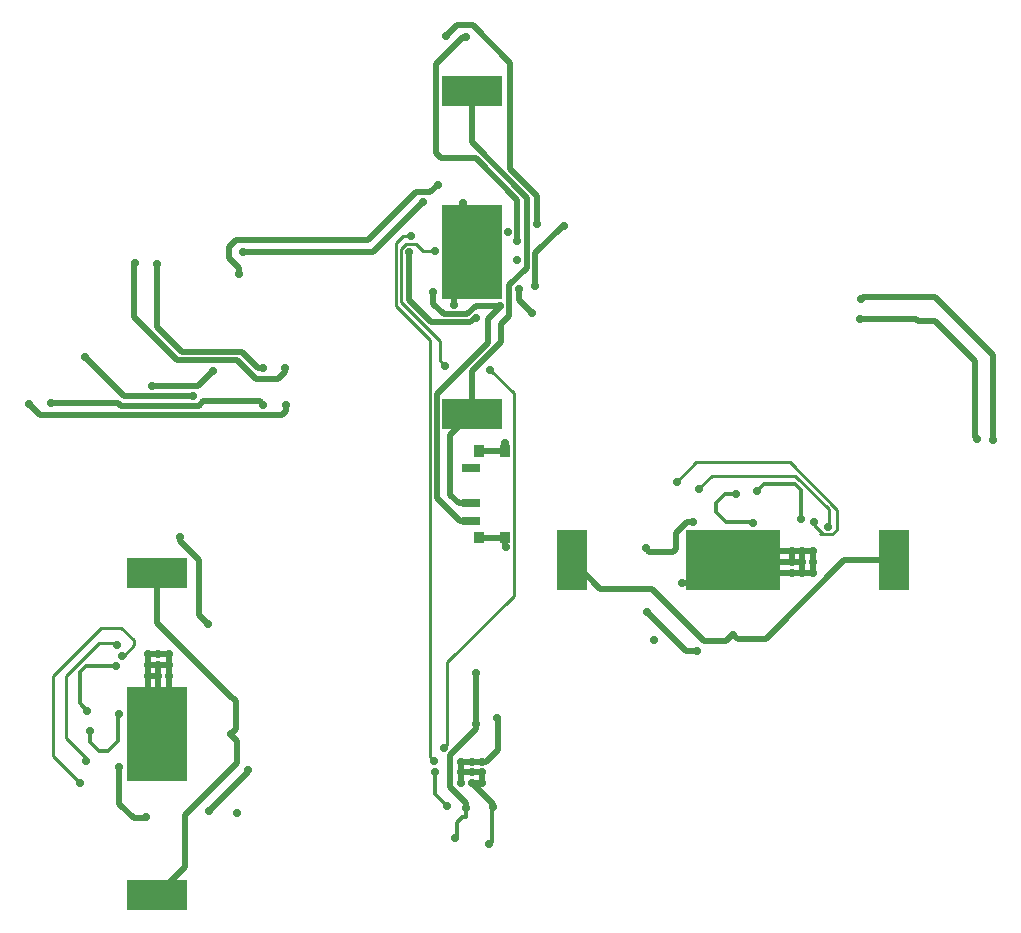
<source format=gbl>
G04 DipTrace 2.4.0.2*
%INfemalemalecross.gbl*%
%MOMM*%
%ADD13C,0.508*%
%ADD15C,0.254*%
%ADD16C,0.305*%
%ADD18R,2.6X5.08*%
%ADD19R,8.0X5.08*%
%ADD29C,0.711*%
%ADD38R,5.08X2.6*%
%ADD39R,5.08X8.0*%
%ADD51C,0.711*%
%FSLAX53Y53*%
G04*
G71*
G90*
G75*
G01*
%LNBottom*%
%LPD*%
X73459Y46911D2*
D13*
X72463D1*
X69163Y50211D1*
X73105Y57885D2*
X72588D1*
X71662Y56958D1*
Y55579D1*
X71403Y55321D1*
X69400D1*
X69077Y55644D1*
X75868Y53231D2*
X76459Y53822D1*
Y54598D1*
X82334Y54478D2*
X76579D1*
X76459Y54598D1*
X82334Y54478D2*
X81434D1*
Y55378D1*
X82334D1*
X83234D1*
Y54478D1*
Y53578D1*
X82334D1*
X81434D1*
X72186Y52709D2*
X74569D1*
X76459Y54598D1*
X79324Y54033D2*
X77024D1*
X76459Y54598D1*
X81434Y54478D2*
X79770D1*
X79324Y54033D1*
X82334Y54478D2*
Y55378D1*
X77239D1*
X76459Y54598D1*
X82334Y53578D2*
X77479D1*
X76459Y54598D1*
X82334Y53578D2*
Y54478D1*
X74484Y56506D2*
X74551D1*
X76459Y54598D1*
X76762Y60253D2*
D16*
X75805D1*
X75057Y59504D1*
Y58704D1*
X75881Y57879D1*
X78095D1*
X78190Y57785D1*
X82241Y58091D2*
Y60564D1*
X81699Y61106D1*
X79072D1*
X78475Y60509D1*
X90099Y54598D2*
D13*
X85902D1*
X79537Y48233D1*
Y48181D1*
X79276Y47920D1*
X76910D1*
X76501Y48328D1*
X76434D1*
X75894Y47789D1*
X74041D1*
X69655Y52175D1*
X65242D1*
X62819Y54598D1*
X87245Y75061D2*
X91977D1*
X92161Y74877D1*
X93585D1*
X96938Y71524D1*
Y65092D1*
X97122Y64908D1*
X98500Y64816D2*
Y71983D1*
X93585Y76899D1*
X87475D1*
X87291Y76715D1*
X35384Y36881D2*
Y36688D1*
X32084Y33389D1*
X24524Y37133D2*
Y33975D1*
X25745Y32754D1*
X26613D1*
X26761Y32903D1*
X30718Y68507D2*
X24938D1*
X21646Y71799D1*
X29064Y39289D2*
X28473Y39880D1*
X27696D1*
X27816Y45756D2*
Y40000D1*
X27696Y39880D1*
X27816Y45756D2*
Y44856D1*
X26916D1*
Y45756D1*
Y46656D1*
X27816D1*
X28716D1*
Y45756D1*
Y44856D1*
X29229Y36679D2*
Y38348D1*
X27696Y39880D1*
X28262Y42746D2*
Y40445D1*
X27696Y39880D1*
X27816Y44856D2*
Y43191D1*
X28262Y42746D1*
X27816Y45756D2*
X26916D1*
Y40660D1*
X27696Y39880D1*
X28716Y45756D2*
Y40900D1*
X27696Y39880D1*
X28716Y45756D2*
X27816D1*
X29623Y56577D2*
Y56257D1*
X31279Y54600D1*
Y49952D1*
X32027Y49204D1*
X27266Y69390D2*
X31200D1*
X32484Y70675D1*
X25903Y38511D2*
X26328D1*
X27696Y39880D1*
X22042Y40184D2*
D16*
Y39227D1*
X22790Y38478D1*
X23591D1*
X24416Y39303D1*
Y41517D1*
X24510Y41611D1*
X24204Y45662D2*
X21730D1*
X21189Y45121D1*
Y42494D1*
X21786Y41896D1*
X27696Y53520D2*
D13*
Y49324D1*
X34062Y42958D1*
X34114D1*
X34375Y42697D1*
Y40331D1*
X33966Y39923D1*
Y39856D1*
X34506Y39316D1*
Y37463D1*
X30120Y33076D1*
Y28663D1*
X27696Y26240D1*
X38619Y67777D2*
Y67215D1*
X38305Y66901D1*
X17781D1*
X16833Y67850D1*
X18730Y67923D2*
X24438D1*
X24697Y67664D1*
X31240D1*
X31642Y68065D1*
X36432D1*
X36721Y67777D1*
X38582Y70879D2*
Y70591D1*
X37984Y69992D1*
X36057D1*
X34519Y71531D1*
X29421D1*
X25781Y75171D1*
Y79681D1*
X25846Y79746D1*
X36721Y70915D2*
X36299D1*
X34935Y72279D1*
X29837D1*
X27744Y74371D1*
Y79710D1*
X56762Y76137D2*
X56848D1*
X55723Y75012D1*
Y73027D1*
X51409Y68714D1*
Y59905D1*
X53375Y57938D1*
X54316D1*
X54317Y57939D1*
X51068Y77318D2*
Y76345D1*
X51984Y75429D1*
X53942D1*
X54685Y76172D1*
X56728D1*
X56762Y76137D1*
X53883Y33667D2*
D16*
Y32842D1*
X53561D1*
X53090Y32371D1*
Y31276D1*
X52916Y31102D1*
X59754Y77856D2*
D13*
Y80606D1*
X62050Y82902D1*
X62200D1*
X54758Y45109D2*
Y40789D1*
Y40315D1*
X52540Y38097D1*
Y35409D1*
X53883Y34066D1*
Y33667D1*
X54713Y40789D2*
X54758D1*
X56163Y33693D2*
D16*
X56046D1*
Y30756D1*
X55854Y30564D1*
X56163Y33693D2*
D13*
Y33970D1*
X54356Y35776D1*
X55256D1*
Y36676D2*
Y35776D1*
Y36676D2*
X54356D1*
X53456D1*
Y35776D1*
Y36676D2*
Y37576D1*
X54356D1*
X55256D1*
X55600D1*
X56569Y38546D1*
Y41287D1*
X56519Y41236D1*
X54356Y80676D2*
Y82883D1*
X53398Y83842D1*
X54967Y63839D2*
X57167D1*
X54967Y56539D2*
X57167D1*
Y63839D2*
Y64545D1*
X57207Y64585D1*
X57167Y56539D2*
Y55804D1*
X57245Y55725D1*
X59436Y75538D2*
X58361Y76613D1*
Y77597D1*
X52897Y76212D2*
Y79216D1*
X54356Y80676D1*
X51218Y36681D2*
D16*
Y34861D1*
X52280Y33799D1*
X54317Y59439D2*
D13*
X53251D1*
X52532Y60158D1*
Y65211D1*
X54356Y67036D1*
Y70629D1*
X56812Y73085D1*
Y74579D1*
X57547Y75313D1*
Y77880D1*
X59053Y79386D1*
Y85323D1*
X54374Y90002D1*
Y94299D1*
X54356Y94316D1*
X54683Y75093D2*
Y75225D1*
X54212Y74754D1*
X50945D1*
X49028Y76672D1*
Y80709D1*
X49076Y80757D1*
X50225Y84975D2*
Y84963D1*
X46019Y80757D1*
X35075D1*
X35011Y80693D1*
X34641Y78860D2*
Y79390D1*
X33787Y80243D1*
Y81141D1*
X34386Y81740D1*
X45591D1*
X49612Y85761D1*
X50852D1*
X51494Y86402D1*
X59894Y83114D2*
Y85494D1*
X57629Y87760D1*
Y96739D1*
X54436Y99931D1*
X53095D1*
X52179Y99015D1*
X53880Y98884D2*
X53610D1*
X51343Y96618D1*
Y89087D1*
X51755Y88675D1*
X54691D1*
X58217Y85149D1*
Y81638D1*
X73633Y60674D2*
D15*
Y60708D1*
X74683Y61758D1*
X81729D1*
X84567Y58920D1*
Y57495D1*
X84542Y57470D1*
X83351Y57825D2*
Y57627D1*
X84117Y56862D1*
X83832D1*
X83877Y56816D1*
X84897D1*
X85277Y57197D1*
Y58895D1*
X81273Y62899D1*
X73375D1*
X71729Y61253D1*
X21734Y37660D2*
Y37861D1*
X20019Y39576D1*
Y44816D1*
X22778Y47576D1*
X24205D1*
X24329Y47452D1*
X24763Y46553D2*
X24887D1*
X25755Y47421D1*
Y47824D1*
X24701Y48879D1*
X22933D1*
X18871Y44816D1*
Y38041D1*
X21156Y35756D1*
X51228Y80840D2*
X50263D1*
X49672Y81431D1*
X48814D1*
X48385Y81002D1*
Y76457D1*
X51637Y73205D1*
Y71532D1*
X52129Y71040D1*
X55875Y70757D2*
X55900D1*
X57894Y68762D1*
Y51615D1*
X52255Y45976D1*
Y38976D1*
X52006Y38728D1*
X49232Y82080D2*
X49190D1*
X49141Y82031D1*
X48499D1*
X47911Y81443D1*
Y76183D1*
X50852Y73242D1*
Y37959D1*
X51192Y37620D1*
D51*
X75868Y53231D3*
X29064Y39289D3*
X76762Y60253D3*
X78475Y60509D3*
X82241Y58091D3*
X78190Y57785D3*
X79324Y54033D3*
X69163Y50211D3*
X69823Y47846D3*
X72186Y52709D3*
X73459Y46911D3*
X76501Y48328D3*
X87291Y76715D3*
X87245Y75061D3*
X97122Y64908D3*
X98500Y64816D3*
X22042Y40184D3*
X21786Y41896D3*
X24204Y45662D3*
X24510Y41611D3*
X28262Y42746D3*
X32084Y33389D3*
X34449Y33244D3*
X29229Y36679D3*
X35384Y36881D3*
X33966Y39923D3*
X29623Y56577D3*
X32027Y49204D3*
X27744Y79710D3*
X25846Y79746D3*
X36721Y70915D3*
X38582Y70879D3*
X38619Y67777D3*
X36721D3*
X18730Y67923D3*
X16833Y67850D3*
X32484Y70675D3*
X21646Y71799D3*
X30718Y68507D3*
X27266Y69390D3*
X57245Y55725D3*
X57207Y64585D3*
X51494Y86402D3*
X50225Y84975D3*
X51218Y36681D3*
X52280Y33799D3*
X56163Y33693D3*
X53883Y33667D3*
X52916Y31102D3*
X55854Y30564D3*
X34641Y78860D3*
X35011Y80693D3*
X53880Y98884D3*
X52179Y99015D3*
X58217Y81638D3*
X59894Y83114D3*
X59754Y77856D3*
X62200Y82902D3*
X56762Y76137D3*
X59436Y75538D3*
X56519Y41236D3*
X54758Y45109D3*
X53398Y83842D3*
X58361Y77597D3*
X53605Y84833D3*
X58152Y80066D3*
X57425Y82441D3*
X54713Y40789D3*
X73633Y60674D3*
X71729Y61253D3*
X84542Y57470D3*
X83351Y57825D3*
X69077Y55644D3*
X73105Y57885D3*
X74484Y56506D3*
X21734Y37660D3*
X21156Y35756D3*
X24524Y37133D3*
X25903Y38511D3*
X51228Y80840D3*
X49232Y82080D3*
X51068Y77318D3*
X52897Y76212D3*
X26761Y32903D3*
X24329Y47452D3*
X24763Y46553D3*
X49076Y80757D3*
X54683Y75093D3*
X52006Y38728D3*
X51192Y37620D3*
X52129Y71040D3*
X55875Y70757D3*
D18*
X62819Y54598D3*
X90099D3*
D19*
X76459D3*
D29*
X81434Y55378D3*
X82334D3*
X83234D3*
X81434Y54478D3*
X82334D3*
X83234D3*
X81434Y53578D3*
X82334D3*
X83234D3*
D38*
X27696Y26240D3*
Y53520D3*
D39*
Y39880D3*
D29*
X26916Y44856D3*
Y45756D3*
Y46656D3*
X27816Y44856D3*
Y45756D3*
Y46656D3*
X28716Y44856D3*
Y45756D3*
Y46656D3*
X53456Y35776D3*
Y36676D3*
Y37576D3*
X54356Y35776D3*
Y36676D3*
Y37576D3*
X55256Y35776D3*
Y36676D3*
Y37576D3*
D38*
X54356Y67036D3*
Y94316D3*
D39*
Y80676D3*
G36*
X55367Y63339D2*
X54567D1*
Y64339D1*
X55367D1*
Y63339D1*
G37*
G36*
X57567D2*
X56767D1*
Y64339D1*
X57567D1*
Y63339D1*
G37*
G36*
Y56039D2*
X56767D1*
Y57039D1*
X57567D1*
Y56039D1*
G37*
G36*
X55367D2*
X54567D1*
Y57039D1*
X55367D1*
Y56039D1*
G37*
G36*
X55067Y57589D2*
X53567D1*
Y58289D1*
X55067D1*
Y57589D1*
G37*
G36*
Y59089D2*
X53567D1*
Y59789D1*
X55067D1*
Y59089D1*
G37*
G36*
Y62089D2*
X53567D1*
Y62789D1*
X55067D1*
Y62089D1*
G37*
M02*

</source>
